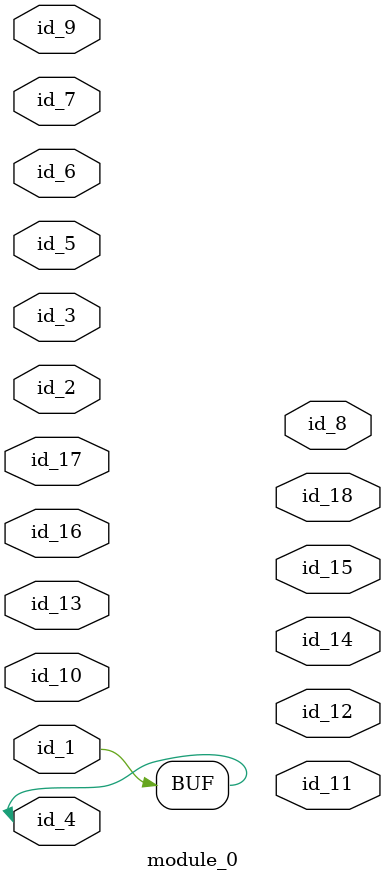
<source format=v>
module module_0 (
    id_1,
    id_2,
    id_3,
    id_4,
    id_5,
    id_6,
    id_7,
    id_8,
    id_9,
    id_10,
    id_11,
    id_12,
    id_13,
    id_14,
    id_15,
    id_16,
    id_17,
    id_18
);
  output id_18;
  input id_17;
  input id_16;
  output id_15;
  output id_14;
  inout id_13;
  output id_12;
  output id_11;
  input id_10;
  input id_9;
  output id_8;
  input id_7;
  inout id_6;
  input id_5;
  inout id_4;
  inout id_3;
  input id_2;
  input id_1;
  assign id_4[1<""] = id_1;
endmodule

</source>
